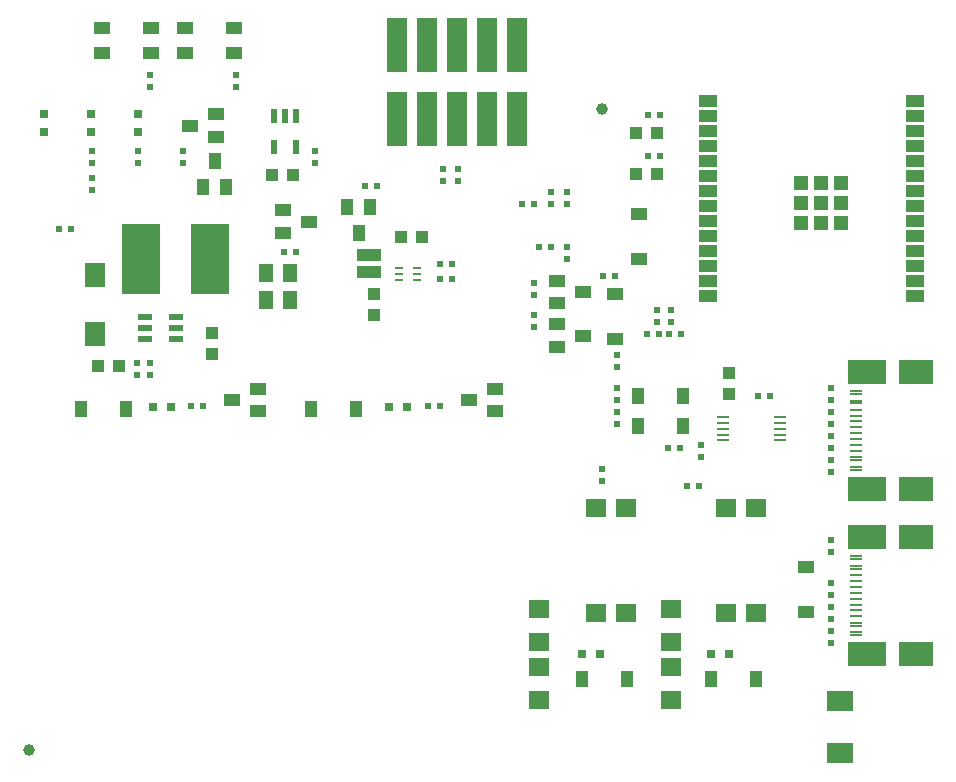
<source format=gbr>
%TF.GenerationSoftware,KiCad,Pcbnew,7.0.9-7.0.9~ubuntu22.04.1*%
%TF.CreationDate,2025-08-29T15:08:21+03:00*%
%TF.ProjectId,ESP32-C5-EVB_Rev_A,45535033-322d-4433-952d-4556425f5265,A*%
%TF.SameCoordinates,PX3938700PY9896800*%
%TF.FileFunction,Paste,Top*%
%TF.FilePolarity,Positive*%
%FSLAX46Y46*%
G04 Gerber Fmt 4.6, Leading zero omitted, Abs format (unit mm)*
G04 Created by KiCad (PCBNEW 7.0.9-7.0.9~ubuntu22.04.1) date 2025-08-29 15:08:21*
%MOMM*%
%LPD*%
G01*
G04 APERTURE LIST*
G04 Aperture macros list*
%AMOutline4P*
0 Free polygon, 4 corners , with rotation*
0 The origin of the aperture is its center*
0 number of corners: always 4*
0 $1 to $8 corner X, Y*
0 $9 Rotation angle, in degrees counterclockwise*
0 create outline with 4 corners*
4,1,4,$1,$2,$3,$4,$5,$6,$7,$8,$1,$2,$9*%
G04 Aperture macros list end*
%ADD10R,1.778000X1.524000*%
%ADD11R,0.500000X0.550000*%
%ADD12R,1.000000X1.400000*%
%ADD13R,1.400000X1.000000*%
%ADD14R,1.130000X0.280000*%
%ADD15R,1.130000X0.230000*%
%ADD16R,2.000000X1.100000*%
%ADD17R,2.200000X1.100000*%
%ADD18R,3.000000X2.100000*%
%ADD19R,3.200000X2.100000*%
%ADD20R,0.800000X0.800000*%
%ADD21R,0.550000X0.500000*%
%ADD22R,1.016000X1.016000*%
%ADD23R,1.700000X2.000000*%
%ADD24Outline4P,-0.850000X-2.275000X0.850000X-2.275000X0.850000X2.275000X-0.850000X2.275000X0.000000*%
%ADD25R,1.270000X1.524000*%
%ADD26R,3.200000X6.000000*%
%ADD27R,2.286000X1.778000*%
%ADD28R,1.600000X1.000000*%
%ADD29R,1.300000X1.300000*%
%ADD30C,1.000000*%
%ADD31R,1.200000X0.550000*%
%ADD32R,0.550000X1.200000*%
%ADD33R,0.750000X0.230000*%
%ADD34R,0.980000X0.230000*%
G04 APERTURE END LIST*
D10*
%TO.C,R41*%
X56078000Y16109000D03*
X56078000Y18903000D03*
%TD*%
%TO.C,R40*%
X44902000Y16109000D03*
X44902000Y18903000D03*
%TD*%
D11*
%TO.C,R25*%
X50363000Y47097000D03*
X51379000Y47097000D03*
%TD*%
D12*
%TO.C,D11*%
X63312000Y12934000D03*
X59512000Y12934000D03*
%TD*%
D13*
%TO.C,D5*%
X53411000Y48499000D03*
X53411000Y52299000D03*
%TD*%
D14*
%TO.C,USB-UART1*%
X71768000Y30925000D03*
X71768000Y31725000D03*
D15*
X71768000Y32250000D03*
X71768000Y33250000D03*
X71768000Y34750000D03*
X71768000Y35750000D03*
D14*
X71768000Y36275000D03*
X71768000Y37075000D03*
X71768000Y37325000D03*
X71768000Y36525000D03*
D15*
X71768000Y35250000D03*
X71768000Y34250000D03*
X71768000Y33750000D03*
X71768000Y32750000D03*
D14*
X71768000Y31475000D03*
X71768000Y30675000D03*
D16*
X76850000Y29072400D03*
X76850000Y38927600D03*
D17*
X72670000Y29072400D03*
X72670000Y38927600D03*
D18*
X76850000Y29072400D03*
X76850000Y38927600D03*
D19*
X72670000Y29072400D03*
X72670000Y38927600D03*
%TD*%
D20*
%TO.C,LED_RELAY1*%
X12238000Y36000000D03*
X13762000Y36000000D03*
%TD*%
D21*
%TO.C,R34*%
X69667000Y15982000D03*
X69667000Y16998000D03*
%TD*%
D20*
%TO.C,LED_RELAY2*%
X32238000Y36000000D03*
X33762000Y36000000D03*
%TD*%
D13*
%TO.C,RST1*%
X12075000Y65925000D03*
X12075000Y68075000D03*
X7925000Y65925000D03*
X7925000Y68075000D03*
%TD*%
D21*
%TO.C,R9*%
X54935000Y43160000D03*
X54935000Y44176000D03*
%TD*%
D22*
%TO.C,C11*%
X9342000Y39477000D03*
X7564000Y39477000D03*
%TD*%
D21*
%TO.C,C16*%
X19248000Y64115000D03*
X19248000Y63099000D03*
%TD*%
%TO.C,R19*%
X51506000Y36556000D03*
X51506000Y37572000D03*
%TD*%
%TO.C,R14*%
X12009000Y39731000D03*
X12009000Y38715000D03*
%TD*%
D11*
%TO.C,C7*%
X55951000Y42144000D03*
X56967000Y42144000D03*
%TD*%
%TO.C,R39*%
X58491000Y29317000D03*
X57475000Y29317000D03*
%TD*%
D23*
%TO.C,D1*%
X7310000Y42184000D03*
X7310000Y47184000D03*
%TD*%
D11*
%TO.C,R13*%
X43505000Y53193000D03*
X44521000Y53193000D03*
%TD*%
D24*
%TO.C,UEXT1*%
X32920000Y66625000D03*
X32920000Y60375000D03*
X35460000Y66625000D03*
X35460000Y60375000D03*
X38000000Y66625000D03*
X38000000Y60375000D03*
X40540000Y66625000D03*
X40540000Y60375000D03*
X43080000Y66625000D03*
X43080000Y60375000D03*
%TD*%
D21*
%TO.C,R18*%
X51506000Y34524000D03*
X51506000Y35540000D03*
%TD*%
D10*
%TO.C,OPT2*%
X60730000Y27445000D03*
X63270000Y27445000D03*
X63270000Y18555000D03*
X60730000Y18555000D03*
%TD*%
%TO.C,OPT1*%
X49730000Y27445000D03*
X52270000Y27445000D03*
X52270000Y18555000D03*
X49730000Y18555000D03*
%TD*%
D22*
%TO.C,C10*%
X17216000Y40493000D03*
X17216000Y42271000D03*
%TD*%
D21*
%TO.C,R10*%
X56078000Y44176000D03*
X56078000Y43160000D03*
%TD*%
D10*
%TO.C,R36*%
X44902000Y13950000D03*
X44902000Y11156000D03*
%TD*%
D25*
%TO.C,C17*%
X21788000Y45065000D03*
X23820000Y45065000D03*
%TD*%
D22*
%TO.C,C5*%
X54935000Y55733000D03*
X53157000Y55733000D03*
%TD*%
D21*
%TO.C,TVS2*%
X69667000Y34524000D03*
X69667000Y35540000D03*
%TD*%
D13*
%TO.C,USER1*%
X19075000Y65925000D03*
X19075000Y68075000D03*
X14925000Y65925000D03*
X14925000Y68075000D03*
%TD*%
D12*
%TO.C,FET1*%
X16520040Y54625560D03*
X18422500Y54625560D03*
X17467460Y56835360D03*
%TD*%
D11*
%TO.C,R3*%
X54173000Y57257000D03*
X55189000Y57257000D03*
%TD*%
D21*
%TO.C,R6*%
X25979000Y56622000D03*
X25979000Y57638000D03*
%TD*%
D26*
%TO.C,L2*%
X17068000Y48494000D03*
X11268000Y48494000D03*
%TD*%
D21*
%TO.C,R32*%
X7056000Y56622000D03*
X7056000Y57638000D03*
%TD*%
D20*
%TO.C,USER_LED1*%
X3000000Y60762000D03*
X3000000Y59238000D03*
%TD*%
D21*
%TO.C,C12*%
X47315000Y53193000D03*
X47315000Y54209000D03*
%TD*%
%TO.C,R23*%
X69667000Y30460000D03*
X69667000Y31476000D03*
%TD*%
D22*
%TO.C,C1*%
X54935000Y59162000D03*
X53157000Y59162000D03*
%TD*%
D11*
%TO.C,R21*%
X63444000Y36937000D03*
X64460000Y36937000D03*
%TD*%
%TO.C,R4*%
X24328000Y49129000D03*
X23312000Y49129000D03*
%TD*%
D27*
%TO.C,D2*%
X70429000Y11047000D03*
X70429000Y6693000D03*
%TD*%
D21*
%TO.C,C14*%
X58618000Y32746000D03*
X58618000Y31730000D03*
%TD*%
D13*
%TO.C,T2*%
X41183440Y35606040D03*
X41183440Y37508500D03*
X38973640Y36553460D03*
%TD*%
D11*
%TO.C,R29*%
X4262000Y51034000D03*
X5278000Y51034000D03*
%TD*%
D21*
%TO.C,R20*%
X44521000Y45446000D03*
X44521000Y46462000D03*
%TD*%
D11*
%TO.C,R17*%
X55824000Y32492000D03*
X56840000Y32492000D03*
%TD*%
D13*
%TO.C,Q2*%
X46461560Y42966960D03*
X46461560Y41064500D03*
X48671360Y42019540D03*
%TD*%
D28*
%TO.C,U4*%
X59250000Y61850000D03*
X59250000Y60580000D03*
X59250000Y59310000D03*
X59250000Y58040000D03*
X59250000Y56770000D03*
X59250000Y55500000D03*
X59250000Y54230000D03*
X59250000Y52960000D03*
X59250000Y51690000D03*
X59250000Y50420000D03*
X59250000Y49150000D03*
X59250000Y47880000D03*
X59250000Y46610000D03*
X59250000Y45340000D03*
D29*
X67130000Y54960000D03*
X67130000Y53260000D03*
X67130000Y51560000D03*
X68830000Y54960000D03*
X68830000Y53260000D03*
X68830000Y51560000D03*
X70530000Y54960000D03*
X70530000Y53260000D03*
X70530000Y51560000D03*
D28*
X76750000Y61850000D03*
X76750000Y60580000D03*
X76750000Y59310000D03*
X76750000Y58040000D03*
X76750000Y56770000D03*
X76750000Y55500000D03*
X76750000Y54230000D03*
X76750000Y52960000D03*
X76750000Y51690000D03*
X76750000Y50420000D03*
X76750000Y49150000D03*
X76750000Y47880000D03*
X76750000Y46610000D03*
X76750000Y45340000D03*
%TD*%
D30*
%TO.C,FID4*%
X50236000Y61194000D03*
%TD*%
D13*
%TO.C,D6*%
X51379000Y45568000D03*
X51379000Y41768000D03*
%TD*%
D21*
%TO.C,R26*%
X38044000Y55098000D03*
X38044000Y56114000D03*
%TD*%
D12*
%TO.C,D3*%
X57089000Y36937000D03*
X53289000Y36937000D03*
%TD*%
D22*
%TO.C,C6*%
X22296000Y55606000D03*
X24074000Y55606000D03*
%TD*%
D11*
%TO.C,R2*%
X36520000Y46843000D03*
X37536000Y46843000D03*
%TD*%
%TO.C,R7*%
X36520000Y48113000D03*
X37536000Y48113000D03*
%TD*%
D31*
%TO.C,U5*%
X11597900Y43602000D03*
X11597900Y42652000D03*
X11597900Y41702000D03*
X14198100Y41702000D03*
X14198100Y42652000D03*
X14198100Y43602000D03*
%TD*%
D21*
%TO.C,R11*%
X10866000Y38715000D03*
X10866000Y39731000D03*
%TD*%
D13*
%TO.C,U3*%
X17554000Y58847000D03*
X17554000Y60747000D03*
X15354000Y59797000D03*
%TD*%
D20*
%TO.C,PWR_LED1*%
X7000000Y60762000D03*
X7000000Y59238000D03*
%TD*%
D11*
%TO.C,C2*%
X54173000Y60686000D03*
X55189000Y60686000D03*
%TD*%
D12*
%TO.C,D10*%
X48590000Y12934000D03*
X52390000Y12934000D03*
%TD*%
%TO.C,FET2*%
X30611960Y52903440D03*
X28709500Y52903440D03*
X29664540Y50693640D03*
%TD*%
D22*
%TO.C,C3*%
X30932000Y43795000D03*
X30932000Y45573000D03*
%TD*%
D11*
%TO.C,R30*%
X15438000Y36048000D03*
X16454000Y36048000D03*
%TD*%
D12*
%TO.C,D9*%
X25603000Y35794000D03*
X29403000Y35794000D03*
%TD*%
D13*
%TO.C,FET3*%
X23220560Y52618960D03*
X23220560Y50716500D03*
X25430360Y51671540D03*
%TD*%
D32*
%TO.C,U2*%
X24389000Y60589000D03*
X23439000Y60589000D03*
X22489000Y60589000D03*
X22489000Y57989000D03*
X24389000Y57989000D03*
%TD*%
D13*
%TO.C,T1*%
X21117440Y35606040D03*
X21117440Y37508500D03*
X18907640Y36553460D03*
%TD*%
D10*
%TO.C,R38*%
X56078000Y13950000D03*
X56078000Y11156000D03*
%TD*%
D21*
%TO.C,R31*%
X7056000Y54336000D03*
X7056000Y55352000D03*
%TD*%
%TO.C,R28*%
X51506000Y40366000D03*
X51506000Y39350000D03*
%TD*%
%TO.C,R22*%
X69667000Y37572000D03*
X69667000Y36556000D03*
%TD*%
D25*
%TO.C,C9*%
X21788000Y47351000D03*
X23820000Y47351000D03*
%TD*%
D21*
%TO.C,TVS3*%
X69667000Y21062000D03*
X69667000Y20046000D03*
%TD*%
D20*
%TO.C,CHARGE1*%
X11000000Y60762000D03*
X11000000Y59238000D03*
%TD*%
D13*
%TO.C,Q1*%
X46461560Y46649960D03*
X46461560Y44747500D03*
X48671360Y45702540D03*
%TD*%
D21*
%TO.C,R16*%
X45918000Y53193000D03*
X45918000Y54209000D03*
%TD*%
%TO.C,R5*%
X14803000Y56622000D03*
X14803000Y57638000D03*
%TD*%
%TO.C,R27*%
X36774000Y56114000D03*
X36774000Y55098000D03*
%TD*%
D19*
%TO.C,USB-JTAG1*%
X72670000Y24927600D03*
X72670000Y15072400D03*
D18*
X76850000Y24927600D03*
X76850000Y15072400D03*
D17*
X72670000Y24927600D03*
X72670000Y15072400D03*
D16*
X76850000Y24927600D03*
X76850000Y15072400D03*
D14*
X71768000Y16675000D03*
X71768000Y17475000D03*
D15*
X71768000Y18750000D03*
X71768000Y19750000D03*
X71768000Y20250000D03*
X71768000Y21250000D03*
D14*
X71768000Y22525000D03*
X71768000Y23325000D03*
X71768000Y23075000D03*
X71768000Y22275000D03*
D15*
X71768000Y21750000D03*
X71768000Y20750000D03*
X71768000Y19250000D03*
X71768000Y18250000D03*
D14*
X71768000Y17725000D03*
X71768000Y16925000D03*
%TD*%
D21*
%TO.C,R33*%
X69667000Y24745000D03*
X69667000Y23729000D03*
%TD*%
D33*
%TO.C,U1*%
X34628000Y46724000D03*
X34628000Y47224000D03*
X34628000Y47724000D03*
X33078000Y46724000D03*
X33078000Y47224000D03*
X33078000Y47724000D03*
%TD*%
D11*
%TO.C,R8*%
X31186000Y54717000D03*
X30170000Y54717000D03*
%TD*%
%TO.C,R12*%
X44902000Y49510000D03*
X45918000Y49510000D03*
%TD*%
D34*
%TO.C,U6*%
X65336000Y33143000D03*
X65336000Y33643000D03*
X65336000Y34143000D03*
X65336000Y34643000D03*
X65336000Y35143000D03*
X60536000Y35143000D03*
X60536000Y34643000D03*
X60536000Y34143000D03*
X60536000Y33643000D03*
X60536000Y33143000D03*
%TD*%
D11*
%TO.C,R35*%
X35504000Y36048000D03*
X36520000Y36048000D03*
%TD*%
D21*
%TO.C,TVS4*%
X69667000Y19030000D03*
X69667000Y18014000D03*
%TD*%
D30*
%TO.C,FID3*%
X1722000Y6965000D03*
%TD*%
D21*
%TO.C,TVS1*%
X69667000Y33508000D03*
X69667000Y32492000D03*
%TD*%
D13*
%TO.C,D7*%
X67508000Y18654000D03*
X67508000Y22454000D03*
%TD*%
D20*
%TO.C,LED_IN2*%
X61031000Y15093000D03*
X59507000Y15093000D03*
%TD*%
D21*
%TO.C,C15*%
X12009000Y64115000D03*
X12009000Y63099000D03*
%TD*%
D11*
%TO.C,C8*%
X55062000Y42144000D03*
X54046000Y42144000D03*
%TD*%
D12*
%TO.C,D4*%
X53289000Y34397000D03*
X57089000Y34397000D03*
%TD*%
D21*
%TO.C,R37*%
X50236000Y29698000D03*
X50236000Y30714000D03*
%TD*%
%TO.C,R15*%
X47315000Y49510000D03*
X47315000Y48494000D03*
%TD*%
D20*
%TO.C,LED_IN1*%
X48585000Y15093000D03*
X50109000Y15093000D03*
%TD*%
D21*
%TO.C,R24*%
X44521000Y43795000D03*
X44521000Y42779000D03*
%TD*%
D22*
%TO.C,C13*%
X61031000Y37064000D03*
X61031000Y38842000D03*
%TD*%
%TO.C,C4*%
X33218000Y50399000D03*
X34996000Y50399000D03*
%TD*%
D12*
%TO.C,D8*%
X6172000Y35794000D03*
X9972000Y35794000D03*
%TD*%
D16*
%TO.C,L1*%
X30551000Y47413000D03*
X30551000Y48813000D03*
%TD*%
D21*
%TO.C,R1*%
X11000000Y57638000D03*
X11000000Y56622000D03*
%TD*%
M02*

</source>
